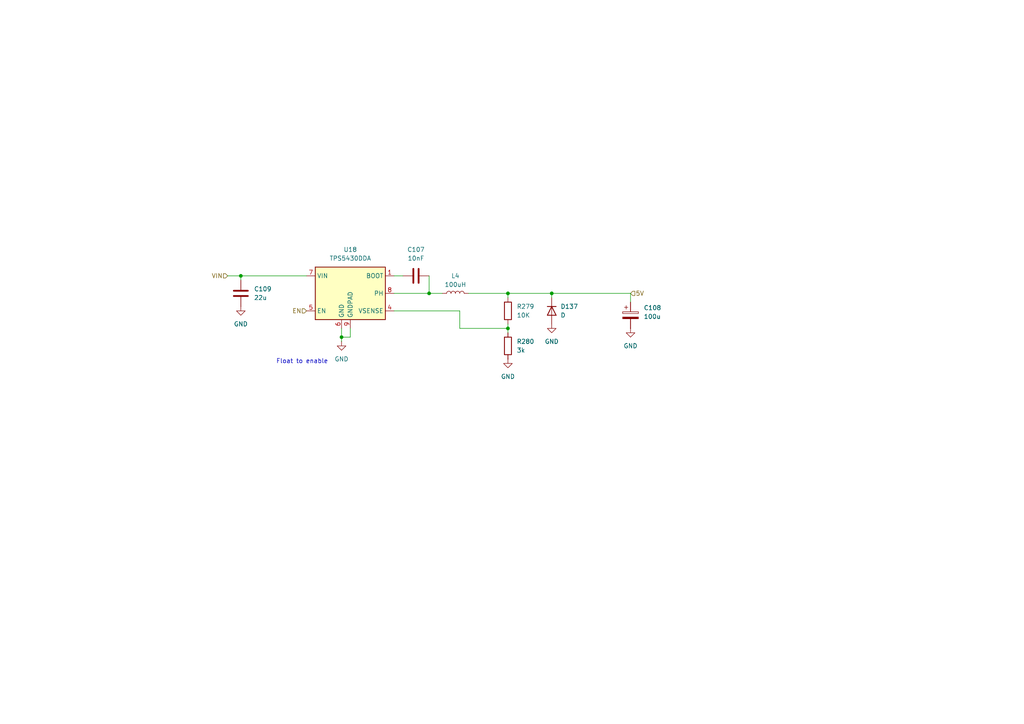
<source format=kicad_sch>
(kicad_sch (version 20231120) (generator "eeschema") (generator_version "8.0")
  (paper "A4")
  (lib_symbols
    (symbol "Device:C" (pin_numbers hide) (pin_names (offset 0.254))
      (property "Reference" "C" (at 0.635 2.54 0))
      (property "Value" "C" (at 0.635 -2.54 0))
      (symbol "C_0_1"
        (polyline (pts (xy -2.032 -0.762) (xy 2.032 -0.762)) (stroke (width 0.508)))
        (polyline (pts (xy -2.032 0.762) (xy 2.032 0.762)) (stroke (width 0.508)))
      )
      (symbol "C_1_1"
        (pin passive line (at 0 3.81 270) (length 2.794) (name "~") (number "1"))
        (pin passive line (at 0 -3.81 90) (length 2.794) (name "~") (number "2"))
      )
    )
    (symbol "Device:C_Polarized" (pin_numbers hide) (pin_names (offset 0.254))
      (property "Reference" "C" (at 0.635 2.54 0))
      (property "Value" "C_Polarized" (at 0.635 -2.54 0))
      (symbol "C_Polarized_0_1"
        (rectangle (start -2.286 0.508) (end 2.286 1.016))
        (polyline (pts (xy -1.778 2.286) (xy -0.762 2.286)))
        (polyline (pts (xy -1.27 2.794) (xy -1.27 1.778)))
        (rectangle (start 2.286 -0.508) (end -2.286 -1.016) (fill (type outline)))
      )
      (symbol "C_Polarized_1_1"
        (pin passive line (at 0 3.81 270) (length 2.794) (name "~") (number "1"))
        (pin passive line (at 0 -3.81 90) (length 2.794) (name "~") (number "2"))
      )
    )
    (symbol "Device:D" (pin_numbers hide) (pin_names (offset 1.016) hide)
      (property "Reference" "D" (at 0 2.54 0))
      (property "Value" "D" (at 0 -2.54 0))
      (symbol "D_0_1"
        (polyline (pts (xy -1.27 1.27) (xy -1.27 -1.27)) (stroke (width 0.254)))
        (polyline (pts (xy 1.27 0) (xy -1.27 0)))
        (polyline (pts (xy 1.27 1.27) (xy 1.27 -1.27) (xy -1.27 0) (xy 1.27 1.27)) (stroke (width 0.254)))
      )
      (symbol "D_1_1"
        (pin passive line (at -3.81 0 0) (length 2.54) (name "K") (number "1"))
        (pin passive line (at 3.81 0 180) (length 2.54) (name "A") (number "2"))
      )
    )
    (symbol "Device:L" (pin_numbers hide) (pin_names (offset 1.016) hide)
      (property "Reference" "L" (at -1.27 0 90))
      (property "Value" "L" (at 1.905 0 90))
      (symbol "L_0_1"
        (arc (start 0 -2.54) (mid 0.6323 -1.905) (end 0 -1.27))
        (arc (start 0 -1.27) (mid 0.6323 -0.635) (end 0 0))
        (arc (start 0 0) (mid 0.6323 0.635) (end 0 1.27))
        (arc (start 0 1.27) (mid 0.6323 1.905) (end 0 2.54))
      )
      (symbol "L_1_1"
        (pin passive line (at 0 3.81 270) (length 1.27) (name "1") (number "1"))
        (pin passive line (at 0 -3.81 90) (length 1.27) (name "2") (number "2"))
      )
    )
    (symbol "Device:R" (pin_numbers hide) (pin_names (offset 0))
      (property "Reference" "R" (at 2.032 0 90))
      (property "Value" "R" (at 0 0 90))
      (symbol "R_0_1"
        (rectangle (start -1.016 -2.54) (end 1.016 2.54) (stroke (width 0.254)))
      )
      (symbol "R_1_1"
        (pin passive line (at 0 3.81 270) (length 1.27) (name "~") (number "1"))
        (pin passive line (at 0 -3.81 90) (length 1.27) (name "~") (number "2"))
      )
    )
    (symbol "Regulator_Switching:TPS5430DDA"
      (property "Reference" "U" (at -10.16 8.89 0))
      (property "Value" "TPS5430DDA" (at -1.27 8.89 0))
      (symbol "TPS5430DDA_0_1"
        (rectangle (start -10.16 7.62) (end 10.16 -7.62) (stroke (width 0.254)) (fill (type background)))
      )
      (symbol "TPS5430DDA_1_1"
        (pin input line (at 12.7 5.08 180) (length 2.54) (name "BOOT") (number "1"))
        (pin no_connect line (at -10.16 2.54 0) (length 2.54) hide (name "NC") (number "2"))
        (pin no_connect line (at -10.16 -2.54 0) (length 2.54) hide (name "NC") (number "3"))
        (pin input line (at 12.7 -5.08 180) (length 2.54) (name "VSENSE") (number "4"))
        (pin input line (at -12.7 -5.08 0) (length 2.54) (name "EN") (number "5"))
        (pin power_in line (at -2.54 -10.16 90) (length 2.54) (name "GND") (number "6"))
        (pin power_in line (at -12.7 5.08 0) (length 2.54) (name "VIN") (number "7"))
        (pin output line (at 12.7 0 180) (length 2.54) (name "PH") (number "8"))
        (pin power_in line (at 0 -10.16 90) (length 2.54) (name "GNDPAD") (number "9"))
      )
    )
    (symbol "power:GND" (power) (pin_numbers hide) (pin_names (offset 0) hide)
      (property "Value" "GND" (at 0 -3.81 0))
      (symbol "GND_0_1"
        (polyline (pts (xy 0 0) (xy 0 -1.27) (xy 1.27 -1.27) (xy 0 -2.54) (xy -1.27 -1.27) (xy 0 -1.27)))
      )
      (symbol "GND_1_1"
        (pin power_in line (at 0 0 270) (length 0) (name "~") (number "1"))
      )
    )
  )
  (junction (at 69.85 80.01))
  (junction (at 124.46 85.09))
  (junction (at 99.06 97.79))
  (junction (at 147.32 95.25))
  (junction (at 147.32 85.09))
  (junction (at 160.02 85.09))
  (wire (pts (xy 114.3 80.01) (xy 116.84 80.01)))
  (wire (pts (xy 147.32 85.09) (xy 160.02 85.09)))
  (wire (pts (xy 69.85 80.01) (xy 88.9 80.01)))
  (wire (pts (xy 133.35 90.17) (xy 133.35 95.25)))
  (wire (pts (xy 101.6 95.25) (xy 101.6 97.79)))
  (wire (pts (xy 101.6 97.79) (xy 99.06 97.79)))
  (wire (pts (xy 99.06 95.25) (xy 99.06 97.79)))
  (wire (pts (xy 99.06 97.79) (xy 99.06 99.06)))
  (wire (pts (xy 124.46 80.01) (xy 124.46 85.09)))
  (wire (pts (xy 69.85 80.01) (xy 69.85 81.28)))
  (wire (pts (xy 160.02 86.36) (xy 160.02 85.09)))
  (wire (pts (xy 114.3 90.17) (xy 133.35 90.17)))
  (wire (pts (xy 124.46 85.09) (xy 128.27 85.09)))
  (wire (pts (xy 114.3 85.09) (xy 124.46 85.09)))
  (wire (pts (xy 135.89 85.09) (xy 147.32 85.09)))
  (wire (pts (xy 147.32 93.98) (xy 147.32 95.25)))
  (wire (pts (xy 182.88 85.09) (xy 160.02 85.09)))
  (wire (pts (xy 182.88 87.63) (xy 182.88 85.09)))
  (wire (pts (xy 147.32 86.36) (xy 147.32 85.09)))
  (wire (pts (xy 66.04 80.01) (xy 69.85 80.01)))
  (wire (pts (xy 147.32 95.25) (xy 147.32 96.52)))
  (wire (pts (xy 133.35 95.25) (xy 147.32 95.25)))
  (text "Float to enable" (at 87.63 104.902 0) (effects (font (size 1.27 1.27))))
  (hierarchical_label "5V" (shape input) (at 182.88 85.09 0))
  (hierarchical_label "VIN" (shape input) (at 66.04 80.01 180))
  (hierarchical_label "EN" (shape input) (at 88.9 90.17 180))
  (symbol (lib_id "power:GND") (at 69.85 88.9 0) (unit 1)
    (property "Reference" "#PWR0266" (effects (hide yes)))
    (property "Value" "GND" (at 69.85 93.98 0))
    (property "Description" "Power symbol creates a global label with name \"GND\" , ground" (effects (hide yes)))
  )
  (symbol (lib_id "Regulator_Switching:TPS5430DDA") (at 101.6 85.09 0) (unit 1)
    (property "Reference" "U18" (at 101.6 72.39 0))
    (property "Value" "TPS5430DDA" (at 101.6 74.93 0))
    (property "Footprint" "Package_SO:TI_SO-PowerPAD-8_ThermalVias" (effects (hide yes)))
    (property "Datasheet" "http://www.ti.com/lit/ds/symlink/tps5430.pdf" (effects (hide yes)))
    (property "Description" "3A, Step Down Swift Converter, Adjustable Output Voltage, 5.5-36V Input Voltage, PowerSO-8" (effects (hide yes)))
    (property "LCSC" "C9864" (effects (hide yes)))
  )
  (symbol (lib_id "Device:C") (at 120.65 80.01 90) (unit 1)
    (property "Reference" "C107" (at 120.65 72.39 90))
    (property "Value" "10nF" (at 120.65 74.93 90))
    (property "Footprint" "Capacitor_SMD:C_0603_1608Metric" (effects (hide yes)))
    (property "Description" "Unpolarized capacitor" (effects (hide yes)))
    (property "LCSC" "C57112" (effects (hide yes)))
  )
  (symbol (lib_id "Device:R") (at 147.32 100.33 0) (unit 1)
    (property "Reference" "R280" (at 149.86 99.0599 0) (effects (justify left)))
    (property "Value" "3k" (at 149.86 101.5999 0) (effects (justify left)))
    (property "Footprint" "Resistor_SMD:R_0603_1608Metric" (effects (hide yes)))
    (property "Description" "Resistor" (effects (hide yes)))
    (property "LCSC" "C4211" (effects (hide yes)))
  )
  (symbol (lib_id "power:GND") (at 99.06 99.06 0) (unit 1)
    (property "Reference" "#PWR0267" (effects (hide yes)))
    (property "Value" "GND" (at 99.06 104.14 0))
    (property "Description" "Power symbol creates a global label with name \"GND\" , ground" (effects (hide yes)))
  )
  (symbol (lib_id "Device:R") (at 147.32 90.17 0) (unit 1)
    (property "Reference" "R279" (at 149.86 88.8999 0) (effects (justify left)))
    (property "Value" "10K" (at 149.86 91.4399 0) (effects (justify left)))
    (property "Footprint" "Resistor_SMD:R_0603_1608Metric" (effects (hide yes)))
    (property "Description" "Resistor" (effects (hide yes)))
    (property "LCSC" "C25804" (effects (hide yes)))
  )
  (symbol (lib_id "power:GND") (at 182.88 95.25 0) (unit 1)
    (property "Reference" "#PWR0274" (effects (hide yes)))
    (property "Value" "GND" (at 182.88 100.33 0))
    (property "Description" "Power symbol creates a global label with name \"GND\" , ground" (effects (hide yes)))
  )
  (symbol (lib_id "Device:L") (at 132.08 85.09 90) (unit 1)
    (property "Reference" "L4" (at 132.08 80.01 90))
    (property "Value" "100uH" (at 132.08 82.55 90))
    (property "Footprint" "Inductor_SMD:L_TaiTech_TMPC1265_13.5x12.5mm" (effects (hide yes)))
    (property "Description" "Inductor" (effects (hide yes)))
    (property "LCSC" " C408533" (effects (hide yes)))
  )
  (symbol (lib_id "Device:D") (at 160.02 90.17 270) (unit 1)
    (property "Reference" "D137" (at 162.56 88.8999 90) (effects (justify left)))
    (property "Value" "D" (at 162.56 91.4399 90) (effects (justify left)))
    (property "Footprint" "Diode_SMD:D_SMB" (effects (hide yes)))
    (property "Description" "Diode" (effects (hide yes)))
    (property "Sim.Device" "D" (effects (hide yes)))
    (property "Sim.Pins" "1=K 2=A" (effects (hide yes)))
    (property "LCSC" "C145321" (effects (hide yes)))
  )
  (symbol (lib_id "Device:C_Polarized") (at 182.88 91.44 0) (unit 1)
    (property "Reference" "C108" (at 186.69 89.2809 0) (effects (justify left)))
    (property "Value" "100u" (at 186.69 91.8209 0) (effects (justify left)))
    (property "Footprint" "Capacitor_SMD:CP_Elec_8x10" (effects (hide yes)))
    (property "Description" "Polarized capacitor" (effects (hide yes)))
    (property "LCSC" "C445063" (effects (hide yes)))
  )
  (symbol (lib_id "power:GND") (at 160.02 93.98 0) (unit 1)
    (property "Reference" "#PWR0273" (effects (hide yes)))
    (property "Value" "GND" (at 160.02 99.06 0))
    (property "Description" "Power symbol creates a global label with name \"GND\" , ground" (effects (hide yes)))
  )
  (symbol (lib_id "Device:C") (at 69.85 85.09 0) (unit 1)
    (property "Reference" "C109" (at 73.66 83.8199 0) (effects (justify left)))
    (property "Value" "22u" (at 73.66 86.3599 0) (effects (justify left)))
    (property "Footprint" "Capacitor_SMD:C_1206_3216Metric" (effects (hide yes)))
    (property "Description" "Unpolarized capacitor" (effects (hide yes)))
    (property "LCSC" "C12891" (effects (hide yes)))
  )
  (symbol (lib_id "power:GND") (at 147.32 104.14 0) (unit 1)
    (property "Reference" "#PWR0268" (effects (hide yes)))
    (property "Value" "GND" (at 147.32 109.22 0))
    (property "Description" "Power symbol creates a global label with name \"GND\" , ground" (effects (hide yes)))
  )
)
</source>
